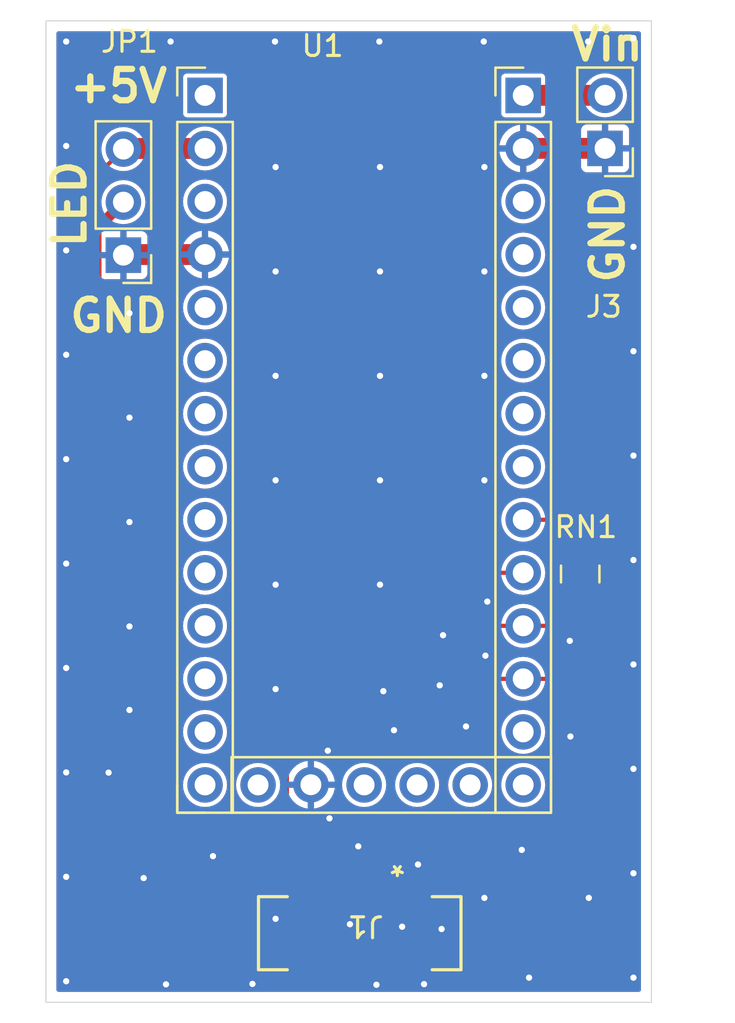
<source format=kicad_pcb>
(kicad_pcb (version 20240108) (generator "pcbnew") (generator_version "8.0")
  (layers (0 "F.Cu" signal) (31 "B.Cu" signal) (34 "B.Paste" user) (35 "F.Paste" user) (36 "B.SilkS" user "B.Silkscreen") (37 "F.SilkS" user "F.Silkscreen") (38 "B.Mask" user) (39 "F.Mask" user) (44 "Edge.Cuts" user))
  (net 0 "")
  (net 1 "/VLED")
  (net 2 "/SDA")
  (net 5 "+5V")
  (net 6 "GND")
  (net 7 "/SCL")
  (net 10 "/Vsync")
  (net 16 "Net-(RN1-R1.1)")
  (net 19 "/12V")
  (footprint "Resistor_SMD:R_Array_Concave_2x0603" (layer "F.Cu") (at 164.59 114.49 -90)
    (property "Reference" "RN1" (at -2.25 -0.27 180) (layer "F.SilkS"))
    (property "Value" "R_Pack02")
    (fp_line (start 0.4 0.92) (end -0.4 0.92) (stroke (width 0.12)) (layer "F.SilkS"))
    (fp_line (start 0.4 -0.92) (end -0.4 -0.92) (stroke (width 0.12)) (layer "F.SilkS"))
    (pad "1" smd rect (at -0.85 -0.4 270) (size 0.9 0.4) (layers "F.Cu" "F.Paste" "F.Mask") (net 16 "Net-(RN1-R1.1)"))
    (pad "2" smd rect (at -0.85 0.4 270) (size 0.9 0.4) (layers "F.Cu" "F.Paste" "F.Mask") (net 16 "Net-(RN1-R1.1)"))
    (pad "3" smd rect (at 0.85 0.4 270) (size 0.9 0.4) (layers "F.Cu" "F.Paste" "F.Mask") (net 7 "/SCL"))
    (pad "4" smd rect (at 0.85 -0.4 270) (size 0.9 0.4) (layers "F.Cu" "F.Paste" "F.Mask") (net 2 "/SDA"))
  )
  (footprint "Custom:CON_525590870_MOL - 8x ribbon vert" (layer "F.Cu") (at 154.029995 131.39 180)
    (property "Reference" "J1" (at -0.28 0.03 180) (layer "F.SilkS"))
    (property "Value" "0525590870" (hide yes))
    (fp_line (start 4.84999 1.45) (end 4.84999 -2.050001) (stroke (width 0.1524)) (layer "F.SilkS"))
    (fp_line (start 4.84999 -2.050001) (end 3.470035 -2.050001) (stroke (width 0.1524)) (layer "F.SilkS"))
    (fp_line (start 3.470035 1.45) (end 4.84999 1.45) (stroke (width 0.1524)) (layer "F.SilkS"))
    (fp_line (start -3.470035 -2.050001) (end -4.84999 -2.050001) (stroke (width 0.1524)) (layer "F.SilkS"))
    (fp_line (start -4.84999 1.45) (end -3.470035 1.45) (stroke (width 0.1524)) (layer "F.SilkS"))
    (fp_line (start -4.84999 -2.050001) (end -4.84999 1.45) (stroke (width 0.1524)) (layer "F.SilkS"))
    (fp_text user "*" (at -2.28 3.59 180) (layer "F.SilkS") (effects (justify left bottom)))
    (pad "1" smd rect (at -1.749996 1.4 180) (size 0.6 1.5) (layers "F.Cu" "F.Paste" "F.Mask") (net 2 "/SDA"))
    (pad "2" smd rect (at -1.249996 -1.4 180) (size 0.6 1.5) (layers "F.Cu" "F.Paste" "F.Mask") (net 6 "GND"))
    (pad "3" smd rect (at -0.749996 1.4 180) (size 0.6 1.5) (layers "F.Cu" "F.Paste" "F.Mask") (net 7 "/SCL"))
    (pad "4" smd rect (at -0.249996 -1.4 180) (size 0.6 1.5) (layers "F.Cu" "F.Paste" "F.Mask") (net 5 "+5V"))
    (pad "5" smd rect (at 0.250004 1.4 180) (size 0.6 1.5) (layers "F.Cu" "F.Paste" "F.Mask") (net 10 "/Vsync"))
    (pad "6" smd rect (at 0.750004 -1.4 180) (size 0.6 1.5) (layers "F.Cu" "F.Paste" "F.Mask") (net 6 "GND"))
    (pad "7" smd rect (at 1.250004 1.4 180) (size 0.6 1.5) (layers "F.Cu" "F.Paste" "F.Mask") (net 1 "/VLED"))
    (pad "8" smd rect (at 1.750004 -1.4 180) (size 0.6 1.5) (layers "F.Cu" "F.Paste" "F.Mask") (net 1 "/VLED"))
    (pad "9" smd rect (at -2.749995 -1.4 180) (size 0.8 1.5) (layers "F.Cu" "F.Paste" "F.Mask"))
    (pad "9" smd rect (at -2.749995 1.4 180) (size 0.8 1.5) (layers "F.Cu" "F.Paste" "F.Mask"))
    (pad "9" smd rect (at 2.749995 -1.4 180) (size 0.8 1.5) (layers "F.Cu" "F.Paste" "F.Mask"))
    (pad "9" smd rect (at 2.749995 1.4 180) (size 0.8 1.5) (layers "F.Cu" "F.Paste" "F.Mask"))
  )
  (footprint "Custom footprints:Itsy Bitsy 32u4" (layer "F.Cu") (at 148.42 88.27)
    (property "Reference" "U1" (at 3.83 0.93 0) (layer "F.SilkS"))
    (property "Value" "Itsy_Bitsy_32u4")
    (fp_line (start -3.13 1.97) (end -1.8 1.97) (stroke (width 0.12)) (layer "F.SilkS"))
    (fp_line (start -3.13 3.3) (end -3.13 1.97) (stroke (width 0.12)) (layer "F.SilkS"))
    (fp_line (start -3.13 4.57) (end -3.13 37.65) (stroke (width 0.12)) (layer "F.SilkS"))
    (fp_line (start -3.13 4.57) (end -0.47 4.57) (stroke (width 0.12)) (layer "F.SilkS"))
    (fp_line (start -3.13 37.65) (end -3.13 36.32) (stroke (width 0.12)) (layer "F.SilkS"))
    (fp_line (start -3.13 37.65) (end -0.47 37.65) (stroke (width 0.12)) (layer "F.SilkS"))
    (fp_line (start -1.8 37.65) (end -3.13 37.65) (stroke (width 0.12)) (layer "F.SilkS"))
    (fp_line (start -0.53 34.99) (end 14.77 34.99) (stroke (width 0.12)) (layer "F.SilkS"))
    (fp_line (start -0.53 37.65) (end -0.53 34.99) (stroke (width 0.12)) (layer "F.SilkS"))
    (fp_line (start -0.53 37.65) (end 14.77 37.65) (stroke (width 0.12)) (layer "F.SilkS"))
    (fp_line (start -0.47 4.57) (end -0.47 37.65) (stroke (width 0.12)) (layer "F.SilkS"))
    (fp_line (start 12.11 1.97) (end 13.44 1.97) (stroke (width 0.12)) (layer "F.SilkS"))
    (fp_line (start 12.11 3.3) (end 12.11 1.97) (stroke (width 0.12)) (layer "F.SilkS"))
    (fp_line (start 12.11 4.57) (end 12.11 37.65) (stroke (width 0.12)) (layer "F.SilkS"))
    (fp_line (start 12.11 4.57) (end 14.77 4.57) (stroke (width 0.12)) (layer "F.SilkS"))
    (fp_line (start 12.11 37.65) (end 14.77 37.65) (stroke (width 0.12)) (layer "F.SilkS"))
    (fp_line (start 14.77 4.57) (end 14.77 37.65) (stroke (width 0.12)) (layer "F.SilkS"))
    (fp_line (start 14.77 37.65) (end 14.77 34.99) (stroke (width 0.12)) (layer "F.SilkS"))
    (pad "1" thru_hole rect (at -1.8 3.3) (size 1.7 1.7) (drill 1) (layers "*.Cu" "*.Mask"))
    (pad "2" thru_hole oval (at -1.8 5.84) (size 1.7 1.7) (drill 1) (layers "*.Cu" "*.Mask") (net 5 "+5V"))
    (pad "3" thru_hole oval (at -1.8 8.38) (size 1.7 1.7) (drill 1) (layers "*.Cu" "*.Mask"))
    (pad "4" thru_hole oval (at -1.8 10.92) (size 1.7 1.7) (drill 1) (layers "*.Cu" "*.Mask") (net 6 "GND"))
    (pad "5" thru_hole oval (at -1.8 13.46) (size 1.7 1.7) (drill 1) (layers "*.Cu" "*.Mask"))
    (pad "6" thru_hole oval (at -1.8 16) (size 1.7 1.7) (drill 1) (layers "*.Cu" "*.Mask"))
    (pad "7" thru_hole oval (at -1.8 18.54) (size 1.7 1.7) (drill 1) (layers "*.Cu" "*.Mask"))
    (pad "8" thru_hole oval (at -1.8 21.08) (size 1.7 1.7) (drill 1) (layers "*.Cu" "*.Mask"))
    (pad "9" thru_hole oval (at -1.8 23.62) (size 1.7 1.7) (drill 1) (layers "*.Cu" "*.Mask"))
    (pad "10" thru_hole oval (at -1.8 26.16) (size 1.7 1.7) (drill 1) (layers "*.Cu" "*.Mask"))
    (pad "11" thru_hole oval (at -1.8 28.7) (size 1.7 1.7) (drill 1) (layers "*.Cu" "*.Mask"))
    (pad "12" thru_hole oval (at -1.8 31.24) (size 1.7 1.7) (drill 1) (layers "*.Cu" "*.Mask"))
    (pad "13" thru_hole oval (at -1.8 33.78) (size 1.7 1.7) (drill 1) (layers "*.Cu" "*.Mask"))
    (pad "14" thru_hole oval (at -1.8 36.32) (size 1.7 1.7) (drill 1) (layers "*.Cu" "*.Mask"))
    (pad "15" thru_hole oval (at 0.74 36.32 90) (size 1.7 1.7) (drill 1) (layers "*.Cu" "*.Mask"))
    (pad "16" thru_hole oval (at 3.27 36.31 90) (size 1.7 1.7) (drill 1) (layers "*.Cu" "*.Mask") (net 6 "GND"))
    (pad "17" thru_hole oval (at 5.82 36.32 90) (size 1.7 1.7) (drill 1) (layers "*.Cu" "*.Mask"))
    (pad "18" thru_hole oval (at 8.36 36.32 90) (size 1.7 1.7) (drill 1) (layers "*.Cu" "*.Mask"))
    (pad "19" thru_hole oval (at 10.9 36.32 90) (size 1.7 1.7) (drill 1) (layers "*.Cu" "*.Mask"))
    (pad "20" thru_hole oval (at 13.44 36.32) (size 1.7 1.7) (drill 1) (layers "*.Cu" "*.Mask"))
    (pad "21" thru_hole oval (at 13.44 33.78) (size 1.7 1.7) (drill 1) (layers "*.Cu" "*.Mask"))
    (pad "22" thru_hole oval (at 13.44 31.24) (size 1.7 1.7) (drill 1) (layers "*.Cu" "*.Mask") (net 2 "/SDA"))
    (pad "23" thru_hole oval (at 13.44 28.7) (size 1.7 1.7) (drill 1) (layers "*.Cu" "*.Mask") (net 7 "/SCL"))
    (pad "24" thru_hole oval (at 13.44 26.16) (size 1.7 1.7) (drill 1) (layers "*.Cu" "*.Mask") (net 10 "/Vsync"))
    (pad "25" thru_hole oval (at 13.44 23.62) (size 1.7 1.7) (drill 1) (layers "*.Cu" "*.Mask") (net 16 "Net-(RN1-R1.1)"))
    (pad "26" thru_hole oval (at 13.44 21.08) (size 1.7 1.7) (drill 1) (layers "*.Cu" "*.Mask"))
    (pad "27" thru_hole oval (at 13.44 18.54) (size 1.7 1.7) (drill 1) (layers "*.Cu" "*.Mask"))
    (pad "28" thru_hole oval (at 13.44 16) (size 1.7 1.7) (drill 1) (layers "*.Cu" "*.Mask"))
    (pad "29" thru_hole oval (at 13.44 13.46) (size 1.7 1.7) (drill 1) (layers "*.Cu" "*.Mask"))
    (pad "30" thru_hole oval (at 13.44 10.92) (size 1.7 1.7) (drill 1) (layers "*.Cu" "*.Mask"))
    (pad "31" thru_hole oval (at 13.44 8.38) (size 1.7 1.7) (drill 1) (layers "*.Cu" "*.Mask"))
    (pad "32" thru_hole oval (at 13.44 5.84) (size 1.7 1.7) (drill 1) (layers "*.Cu" "*.Mask") (net 6 "GND"))
    (pad "33" thru_hole rect (at 13.44 3.3) (size 1.7 1.7) (drill 1) (layers "*.Cu" "*.Mask") (net 19 "/12V"))
  )
  (footprint "Connector_PinHeader_2.54mm:PinHeader_1x02_P2.54mm_Vertical" (layer "F.Cu") (at 165.78 94.105 180)
    (property "Reference" "J3" (at 0.06 -7.585 0) (layer "F.SilkS"))
    (property "Value" "Conn_01x02_Pin")
    (fp_line (start 1.33 1.27) (end 1.33 3.87) (stroke (width 0.12)) (layer "F.SilkS"))
    (fp_line (start -1.33 3.87) (end 1.33 3.87) (stroke (width 0.12)) (layer "F.SilkS"))
    (fp_line (start -1.33 1.27) (end 1.33 1.27) (stroke (width 0.12)) (layer "F.SilkS"))
    (fp_line (start -1.33 1.27) (end -1.33 3.87) (stroke (width 0.12)) (layer "F.SilkS"))
    (fp_line (start -1.33 0) (end -1.33 -1.33) (stroke (width 0.12)) (layer "F.SilkS"))
    (fp_line (start -1.33 -1.33) (end 0 -1.33) (stroke (width 0.12)) (layer "F.SilkS"))
    (pad "1" thru_hole rect (at 0 0 180) (size 1.7 1.7) (drill 1) (layers "*.Cu" "*.Mask") (net 6 "GND"))
    (pad "2" thru_hole oval (at 0 2.54 180) (size 1.7 1.7) (drill 1) (layers "*.Cu" "*.Mask") (net 19 "/12V"))
  )
  (footprint "Connector_PinHeader_2.54mm:PinHeader_1x03_P2.54mm_Vertical" (layer "F.Cu") (at 142.71 99.22 180)
    (property "Reference" "JP1" (at -0.29 10.22 0) (layer "F.SilkS"))
    (property "Value" "Jumper_3_Open")
    (fp_line (start 1.33 1.27) (end 1.33 6.41) (stroke (width 0.12)) (layer "F.SilkS"))
    (fp_line (start -1.33 6.41) (end 1.33 6.41) (stroke (width 0.12)) (layer "F.SilkS"))
    (fp_line (start -1.33 1.27) (end 1.33 1.27) (stroke (width 0.12)) (layer "F.SilkS"))
    (fp_line (start -1.33 1.27) (end -1.33 6.41) (stroke (width 0.12)) (layer "F.SilkS"))
    (fp_line (start -1.33 0) (end -1.33 -1.33) (stroke (width 0.12)) (layer "F.SilkS"))
    (fp_line (start -1.33 -1.33) (end 0 -1.33) (stroke (width 0.12)) (layer "F.SilkS"))
    (pad "1" thru_hole rect (at 0 0 180) (size 1.7 1.7) (drill 1) (layers "*.Cu" "*.Mask") (net 6 "GND"))
    (pad "2" thru_hole oval (at 0 2.54 180) (size 1.7 1.7) (drill 1) (layers "*.Cu" "*.Mask") (net 1 "/VLED"))
    (pad "3" thru_hole oval (at 0 5.08 180) (size 1.7 1.7) (drill 1) (layers "*.Cu" "*.Mask") (net 5 "+5V"))
  )
  (gr_rect (start 139 88) (end 168 135) (stroke (width 0.05)) (fill none) (layer "Edge.Cuts"))
  (gr_text "GND" (at 140 103 0) (layer "F.SilkS") (effects (font (size 1.5 1.5) (thickness 0.3) (bold yes)) (justify left bottom)))
  (gr_text "+5V" (at 140 92 0) (layer "F.SilkS") (effects (font (size 1.5 1.5) (thickness 0.3) (bold yes)) (justify left bottom)))
  (gr_text "Vin" (at 164 90 0) (layer "F.SilkS") (effects (font (size 1.5 1.5) (thickness 0.3) (bold yes)) (justify left bottom)))
  (gr_text "GND" (at 166.78 100.7 90) (layer "F.SilkS") (effects (font (size 1.5 1.5) (thickness 0.3) (bold yes)) (justify left bottom)))
  (gr_text "LED" (at 141 99 90) (layer "F.SilkS") (effects (font (size 1.5 1.5) (thickness 0.3) (bold yes)) (justify left bottom)))
  (segment (start 152.779991 131.380009) (end 152.279991 131.880009) (width 0.5) (layer "F.Cu") (net 1))
  (segment (start 149.23 125.89) (end 145.97 125.89) (width 0.5) (layer "F.Cu") (net 1))
  (segment (start 152.279991 131.880009) (end 152.279991 132.79) (width 0.5) (layer "F.Cu") (net 1))
  (segment (start 152.779991 129.99) (end 152.779991 129.439991) (width 0.5) (layer "F.Cu") (net 1))
  (segment (start 152.779991 129.439991) (end 149.23 125.89) (width 0.5) (layer "F.Cu") (net 1))
  (segment (start 145.97 125.89) (end 141.41 121.33) (width 0.5) (layer "F.Cu") (net 1))
  (segment (start 152.779991 129.99) (end 152.779991 131.380009) (width 0.5) (layer "F.Cu") (net 1))
  (segment (start 141.41 121.33) (end 141.41 97.98) (width 0.5) (layer "F.Cu") (net 1))
  (segment (start 141.41 97.98) (end 142.71 96.68) (width 0.5) (layer "F.Cu") (net 1))
  (segment (start 164.99 118.24) (end 163.72 119.51) (width 0.2) (layer "F.Cu") (net 2))
  (segment (start 155.53 123.13) (end 155.53 127.61) (width 0.2) (layer "F.Cu") (net 2))
  (segment (start 155.53 123.13) (end 159.15 119.51) (width 0.2) (layer "F.Cu") (net 2))
  (segment (start 159.15 119.51) (end 161.86 119.51) (width 0.2) (layer "F.Cu") (net 2))
  (segment (start 155.779991 129.99) (end 155.779991 127.859991) (width 0.2) (layer "F.Cu") (net 2))
  (segment (start 164.99 115.34) (end 164.99 118.24) (width 0.2) (layer "F.Cu") (net 2))
  (segment (start 155.53 127.61) (end 155.779991 127.859991) (width 0.2) (layer "F.Cu") (net 2))
  (segment (start 163.72 119.51) (end 161.86 119.51) (width 0.2) (layer "F.Cu") (net 2))
  (segment (start 140.86 95.99) (end 140.86 124.12) (width 0.2) (layer "F.Cu") (net 5))
  (segment (start 154.279991 133.74) (end 154.279991 132.79) (width 0.2) (layer "F.Cu") (net 5))
  (segment (start 150.58 133.84) (end 154.179991 133.84) (width 0.2) (layer "F.Cu") (net 5))
  (segment (start 146.62 94.11) (end 142.74 94.11) (width 1) (layer "F.Cu") (net 5))
  (segment (start 142.71 94.14) (end 140.86 95.99) (width 0.2) (layer "F.Cu") (net 5))
  (segment (start 154.179991 133.84) (end 154.279991 133.74) (width 0.2) (layer "F.Cu") (net 5))
  (segment (start 142.74 94.11) (end 142.71 94.14) (width 1) (layer "F.Cu") (net 5))
  (segment (start 140.86 124.12) (end 150.58 133.84) (width 0.2) (layer "F.Cu") (net 5))
  (segment (start 146.615 99.185) (end 146.62 99.19) (width 1) (layer "F.Cu") (net 6))
  (segment (start 161.865 94.105) (end 161.86 94.11) (width 1) (layer "F.Cu") (net 6))
  (segment (start 153.279991 131.869959) (end 153.56 131.58995) (width 0.5) (layer "F.Cu") (net 6))
  (segment (start 153.279991 132.79) (end 153.279991 131.869959) (width 0.5) (layer "F.Cu") (net 6))
  (segment (start 142.74 99.19) (end 142.71 99.22) (width 1) (layer "F.Cu") (net 6))
  (segment (start 153.56 131.58995) (end 153.56 131.26) (width 0.5) (layer "F.Cu") (net 6))
  (segment (start 146.62 99.19) (end 142.74 99.19) (width 1) (layer "F.Cu") (net 6))
  (segment (start 165.78 94.105) (end 161.865 94.105) (width 1) (layer "F.Cu") (net 6))
  (via (at 139.97 108.99) (size 0.6) (drill 0.3) (layers "F.Cu" "B.Cu") (net 6))
  (via (at 143 121) (size 0.6) (drill 0.3) (layers "F.Cu" "B.Cu") (net 6))
  (via (at 157.95 131.49) (size 0.6) (drill 0.3) (layers "F.Cu" "B.Cu") (net 6))
  (via (at 167.14 98.82) (size 0.6) (drill 0.3) (layers "F.Cu" "B.Cu") (net 6))
  (via (at 143 112) (size 0.6) (drill 0.3) (layers "F.Cu" "B.Cu") (net 6))
  (via (at 155 115) (size 0.6) (drill 0.3) (layers "F.Cu" "B.Cu") (net 6))
  (via (at 152.5 122.95) (size 0.6) (drill 0.3) (layers "F.Cu" "B.Cu") (net 6))
  (via (at 150 115) (size 0.6) (drill 0.3) (layers "F.Cu" "B.Cu") (net 6))
  (via (at 157.86 119.82) (size 0.6) (drill 0.3) (layers "F.Cu" "B.Cu") (net 6))
  (via (at 167.14 123.82) (size 0.6) (drill 0.3) (layers "F.Cu" "B.Cu") (net 6))
  (via (at 139.97 98.99) (size 0.6) (drill 0.3) (layers "F.Cu" "B.Cu") (net 6))
  (via (at 148.89 134.12) (size 0.6) (drill 0.3) (layers "F.Cu" "B.Cu") (net 6))
  (via (at 155 110) (size 0.6) (drill 0.3) (layers "F.Cu" "B.Cu") (net 6))
  (via (at 155 95) (size 0.6) (drill 0.3) (layers "F.Cu" "B.Cu") (net 6))
  (via (at 160 100) (size 0.6) (drill 0.3) (layers "F.Cu" "B.Cu") (net 6))
  (via (at 167.14 103.82) (size 0.6) (drill 0.3) (layers "F.Cu" "B.Cu") (net 6))
  (via (at 160 105) (size 0.6) (drill 0.3) (layers "F.Cu" "B.Cu") (net 6))
  (via (at 139.97 103.99) (size 0.6) (drill 0.3) (layers "F.Cu" "B.Cu") (net 6))
  (via (at 167.14 118.82) (size 0.6) (drill 0.3) (layers "F.Cu" "B.Cu") (net 6))
  (via (at 152.58 126.19) (size 0.6) (drill 0.3) (layers "F.Cu" "B.Cu") (net 6))
  (via (at 160.05 118.4) (size 0.6) (drill 0.3) (layers "F.Cu" "B.Cu") (net 6))
  (via (at 156.82 128.4) (size 0.6) (drill 0.3) (layers "F.Cu" "B.Cu") (net 6))
  (via (at 147 128) (size 0.6) (drill 0.3) (layers "F.Cu" "B.Cu") (net 6))
  (via (at 139.97 113.99) (size 0.6) (drill 0.3) (layers "F.Cu" "B.Cu") (net 6))
  (via (at 142 124) (size 0.6) (drill 0.3) (layers "F.Cu" "B.Cu") (net 6))
  (via (at 153.56 131.26) (size 0.6) (drill 0.3) (layers "F.Cu" "B.Cu") (net 6))
  (via (at 167.14 113.82) (size 0.6) (drill 0.3) (layers "F.Cu" "B.Cu") (net 6))
  (via (at 143.68 129.05) (size 0.6) (drill 0.3) (layers "F.Cu" "B.Cu") (net 6))
  (via (at 150 100) (size 0.6) (drill 0.3) (layers "F.Cu" "B.Cu") (net 6))
  (via (at 150 110) (size 0.6) (drill 0.3) (layers "F.Cu" "B.Cu") (net 6))
  (via (at 167.14 128.82) (size 0.6) (drill 0.3) (layers "F.Cu" "B.Cu") (net 6))
  (via (at 164.12 122.27) (size 0.6) (drill 0.3) (layers "F.Cu" "B.Cu") (net 6))
  (via (at 157.11 134.13) (size 0.6) (drill 0.3) (layers "F.Cu" "B.Cu") (net 6))
  (via (at 153.96 127.53) (size 0.6) (drill 0.3) (layers "F.Cu" "B.Cu") (net 6))
  (via (at 155 105) (size 0.6) (drill 0.3) (layers "F.Cu" "B.Cu") (net 6))
  (via (at 139.97 93.99) (size 0.6) (drill 0.3) (layers "F.Cu" "B.Cu") (net 6))
  (via (at 154.97 88.99) (size 0.6) (drill 0.3) (layers "F.Cu" "B.Cu") (net 6))
  (via (at 139.97 123.99) (size 0.6) (drill 0.3) (layers "F.Cu" "B.Cu") (net 6))
  (via (at 150 105) (size 0.6) (drill 0.3) (layers "F.Cu" "B.Cu") (net 6))
  (via (at 158.02 117.42) (size 0.6) (drill 0.3) (layers "F.Cu" "B.Cu") (net 6))
  (via (at 162.14 133.82) (size 0.6) (drill 0.3) (layers "F.Cu" "B.Cu") (net 6))
  (via (at 143 117) (size 0.6) (drill 0.3) (layers "F.Cu" "B.Cu") (net 6))
  (via (at 159.12 121.79) (size 0.6) (drill 0.3) (layers "F.Cu" "B.Cu") (net 6))
  (via (at 167.14 88.82) (size 0.6) (drill 0.3) (layers "F.Cu" "B.Cu") (net 6))
  (via (at 143 102) (size 0.6) (drill 0.3) (layers "F.Cu" "B.Cu") (net 6))
  (via (at 160.14 115.81) (size 0.6) (drill 0.3) (layers "F.Cu" "B.Cu") (net 6))
  (via (at 144.75 134.14) (size 0.6) (drill 0.3) (layers "F.Cu" "B.Cu") (net 6))
  (via (at 155.67 121.97) (size 0.6) (drill 0.3) (layers "F.Cu" "B.Cu") (net 6))
  (via (at 161.79 127.7) (size 0.6) (drill 0.3) (layers "F.Cu" "B.Cu") (net 6))
  (via (at 160 130) (size 0.6) (drill 0.3) (layers "F.Cu" "B.Cu") (net 6))
  (via (at 167.14 108.82) (size 0.6) (drill 0.3) (layers "F.Cu" "B.Cu") (net 6))
  (via (at 164.97 88.99) (size 0.6) (drill 0.3) (layers "F.Cu" "B.Cu") (net 6))
  (via (at 154.83 134.16) (size 0.6) (drill 0.3) (layers "F.Cu" "B.Cu") (net 6))
  (via (at 144.97 88.99) (size 0.6) (drill 0.3) (layers "F.Cu" "B.Cu") (net 6))
  (via (at 150 131) (size 0.6) (drill 0.3) (layers "F.Cu" "B.Cu") (net 6))
  (via (at 159.97 88.99) (size 0.6) (drill 0.3) (layers "F.Cu" "B.Cu") (net 6))
  (via (at 143 107) (size 0.6) (drill 0.3) (layers "F.Cu" "B.Cu") (net 6))
  (via (at 164.09 117.69) (size 0.6) (drill 0.3) (layers "F.Cu" "B.Cu") (net 6))
  (via (at 139.97 88.99) (size 0.6) (drill 0.3) (layers "F.Cu" "B.Cu") (net 6))
  (via (at 150 120) (size 0.6) (drill 0.3) (layers "F.Cu" "B.Cu") (net 6))
  (via (at 165 130) (size 0.6) (drill 0.3) (layers "F.Cu" "B.Cu") (net 6))
  (via (at 155 100) (size 0.6) (drill 0.3) (layers "F.Cu" "B.Cu") (net 6))
  (via (at 139.97 128.99) (size 0.6) (drill 0.3) (layers "F.Cu" "B.Cu") (net 6))
  (via (at 150 95) (size 0.6) (drill 0.3) (layers "F.Cu" "B.Cu") (net 6))
  (via (at 160 95) (size 0.6) (drill 0.3) (layers "F.Cu" "B.Cu") (net 6))
  (via (at 167.14 133.82) (size 0.6) (drill 0.3) (layers "F.Cu" "B.Cu") (net 6))
  (via (at 156.06 131.38) (size 0.6) (drill 0.3) (layers "F.Cu" "B.Cu") (net 6))
  (via (at 160 110) (size 0.6) (drill 0.3) (layers "F.Cu" "B.Cu") (net 6))
  (via (at 149.97 88.99) (size 0.6) (drill 0.3) (layers "F.Cu" "B.Cu") (net 6))
  (via (at 155.16 120.1) (size 0.6) (drill 0.3) (layers "F.Cu" "B.Cu") (net 6))
  (via (at 139.97 118.99) (size 0.6) (drill 0.3) (layers "F.Cu" "B.Cu") (net 6))
  (via (at 139.97 133.99) (size 0.6) (drill 0.3) (layers "F.Cu" "B.Cu") (net 6))
  (segment (start 164.19 116.26) (end 163.48 116.97) (width 0.2) (layer "F.Cu") (net 7))
  (segment (start 152.97 123.5) (end 159.5 116.97) (width 0.2) (layer "F.Cu") (net 7))
  (segment (start 163.48 116.97) (end 161.86 116.97) (width 0.2) (layer "F.Cu") (net 7))
  (segment (start 164.19 115.34) (end 164.19 116.26) (width 0.2) (layer "F.Cu") (net 7))
  (segment (start 152.97 125.38) (end 152.97 123.5) (width 0.2) (layer "F.Cu") (net 7))
  (segment (start 154.779991 129.99) (end 154.779991 127.189991) (width 0.2) (layer "F.Cu") (net 7))
  (segment (start 159.5 116.97) (end 161.86 116.97) (width 0.2) (layer "F.Cu") (net 7))
  (segment (start 154.779991 127.189991) (end 152.97 125.38) (width 0.2) (layer "F.Cu") (net 7))
  (segment (start 150.54 123.64) (end 159.75 114.43) (width 0.2) (layer "F.Cu") (net 10))
  (segment (start 153.779991 128.479991) (end 150.54 125.24) (width 0.2) (layer "F.Cu") (net 10))
  (segment (start 153.779991 129.99) (end 153.779991 128.479991) (width 0.2) (layer "F.Cu") (net 10))
  (segment (start 150.54 125.24) (end 150.54 123.64) (width 0.2) (layer "F.Cu") (net 10))
  (segment (start 159.75 114.43) (end 161.86 114.43) (width 0.2) (layer "F.Cu") (net 10))
  (segment (start 164.19 111.91) (end 164.17 111.89) (width 0.2) (layer "F.Cu") (net 16))
  (segment (start 164.19 113.64) (end 164.19 111.91) (width 0.2) (layer "F.Cu") (net 16))
  (segment (start 161.86 111.89) (end 164.17 111.89) (width 0.2) (layer "F.Cu") (net 16))
  (segment (start 164.17 111.89) (end 164.99 112.71) (width 0.2) (layer "F.Cu") (net 16))
  (segment (start 164.99 112.71) (end 164.99 113.64) (width 0.2) (layer "F.Cu") (net 16))
  (segment (start 161.865 91.565) (end 161.86 91.57) (width 1) (layer "F.Cu") (net 19))
  (segment (start 165.78 91.565) (end 161.865 91.565) (width 1) (layer "F.Cu") (net 19))
  (zone (net 6) (net_name "GND") (layers "F&B.Cu") (connect_pads (clearance 0.2)) (min_thickness 0.2) (fill yes (thermal_gap 0.3) (thermal_bridge_width 0.3))
    (polygon (pts (xy 138 87) (xy 138 136) (xy 169 136) (xy 169 87)))
  )
)
</source>
